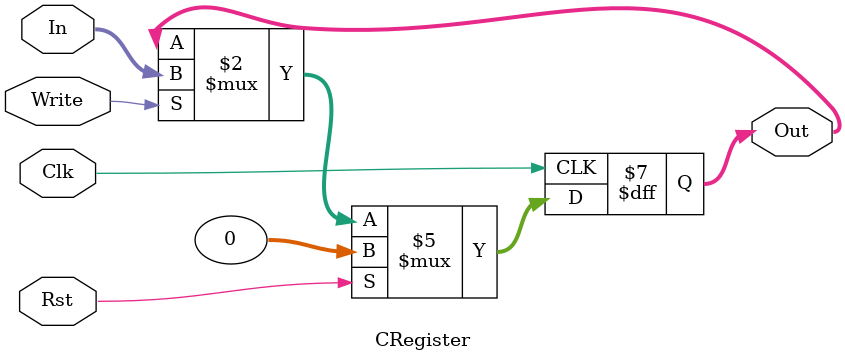
<source format=sv>
module CRegister #(parameter N = 32) (
	input wire Clk, Rst, Write,
	input wire [N-1:0] In,
	output reg [N-1:0] Out
);

    always @(posedge Clk) begin
        if (Rst)
            Out <= 0;
        else if (Write)
            Out <= In;
    end

endmodule
</source>
